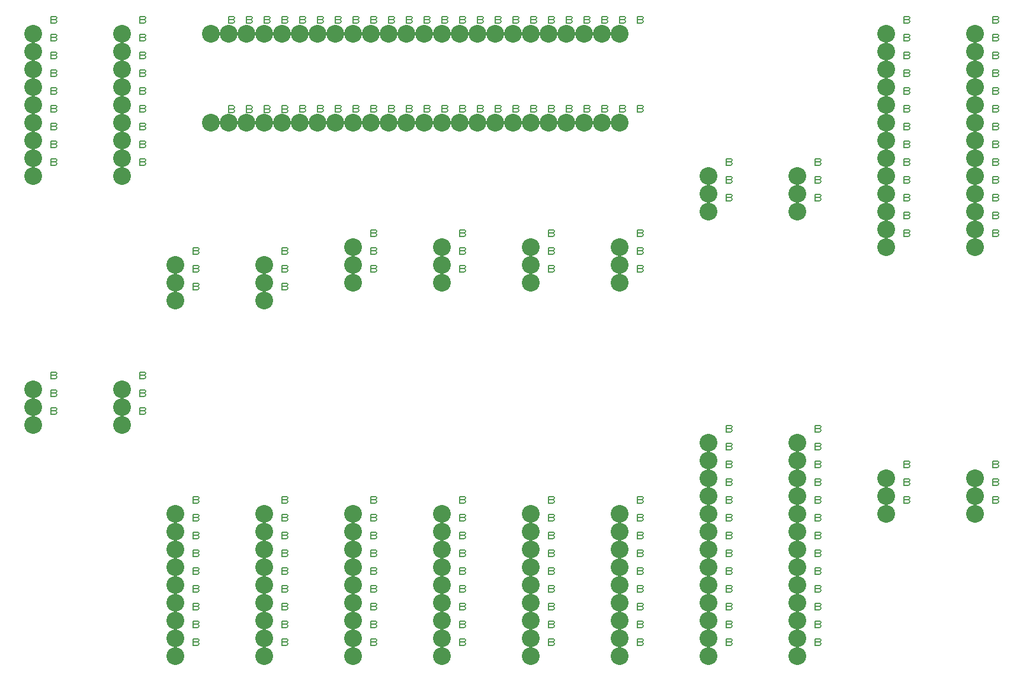
<source format=gbr>
G04 DesignSpark PCB Gerber Version 12.0 Build 5941*
G04 #@! TF.Part,Single*
G04 #@! TF.FileFunction,Drillmap*
G04 #@! TF.FilePolarity,Positive*
%FSLAX35Y35*%
%MOIN*%
%ADD14C,0.00500*%
G04 #@! TA.AperFunction,WasherPad*
%ADD13C,0.10000*%
G04 #@! TD.AperFunction*
X0Y0D02*
D02*
D13*
X20250Y150250D03*
Y160250D03*
Y170250D03*
Y290250D03*
Y300250D03*
Y310250D03*
Y320250D03*
Y330250D03*
Y340250D03*
Y350250D03*
Y360250D03*
Y370250D03*
X70250Y150250D03*
Y160250D03*
Y170250D03*
Y290250D03*
Y300250D03*
Y310250D03*
Y320250D03*
Y330250D03*
Y340250D03*
Y350250D03*
Y360250D03*
Y370250D03*
X100250Y20250D03*
Y30250D03*
Y40250D03*
Y50250D03*
Y60250D03*
Y70250D03*
Y80250D03*
Y90250D03*
Y100250D03*
Y220250D03*
Y230250D03*
Y240250D03*
X120250Y320015D03*
Y370250D03*
X130250Y320015D03*
Y370250D03*
X140250Y320015D03*
Y370250D03*
X150250Y20250D03*
Y30250D03*
Y40250D03*
Y50250D03*
Y60250D03*
Y70250D03*
Y80250D03*
Y90250D03*
Y100250D03*
Y220250D03*
Y230250D03*
Y240250D03*
Y320015D03*
Y370250D03*
X160250Y320250D03*
Y370250D03*
X170250Y320250D03*
Y370250D03*
X180250Y320250D03*
Y370250D03*
X190250Y320250D03*
Y370250D03*
X200250Y20250D03*
Y30250D03*
Y40250D03*
Y50250D03*
Y60250D03*
Y70250D03*
Y80250D03*
Y90250D03*
Y100250D03*
Y230250D03*
Y240250D03*
Y250250D03*
Y320250D03*
Y370250D03*
X210250Y320250D03*
Y370250D03*
X220250Y320250D03*
Y370250D03*
X230250Y320250D03*
Y370250D03*
X240250Y320250D03*
Y370250D03*
X250250Y20250D03*
Y30250D03*
Y40250D03*
Y50250D03*
Y60250D03*
Y70250D03*
Y80250D03*
Y90250D03*
Y100250D03*
Y230250D03*
Y240250D03*
Y250250D03*
Y320250D03*
Y370250D03*
X260250Y320250D03*
Y370250D03*
X270250Y320250D03*
Y370250D03*
X280250Y320250D03*
Y370250D03*
X290250Y320250D03*
Y370250D03*
X300250Y20250D03*
Y30250D03*
Y40250D03*
Y50250D03*
Y60250D03*
Y70250D03*
Y80250D03*
Y90250D03*
Y100250D03*
Y230250D03*
Y240250D03*
Y250250D03*
Y320250D03*
Y370250D03*
X310250Y320250D03*
Y370250D03*
X320250Y320250D03*
Y370250D03*
X330250Y320250D03*
Y370250D03*
X340250Y320250D03*
Y370250D03*
X350250Y20250D03*
Y30250D03*
Y40250D03*
Y50250D03*
Y60250D03*
Y70250D03*
Y80250D03*
Y90250D03*
Y100250D03*
Y230250D03*
Y240250D03*
Y250250D03*
Y320250D03*
Y370250D03*
X400250Y20250D03*
Y30250D03*
Y40250D03*
Y50250D03*
Y60250D03*
Y70250D03*
Y80250D03*
Y90250D03*
Y100250D03*
Y110250D03*
Y120250D03*
Y130250D03*
Y140250D03*
Y270250D03*
Y280250D03*
Y290250D03*
X450250Y20250D03*
Y30250D03*
Y40250D03*
Y50250D03*
Y60250D03*
Y70250D03*
Y80250D03*
Y90250D03*
Y100250D03*
Y110250D03*
Y120250D03*
Y130250D03*
Y140250D03*
Y270250D03*
Y280250D03*
Y290250D03*
X500250Y100250D03*
Y110250D03*
Y120250D03*
Y250250D03*
Y260250D03*
Y270250D03*
Y280250D03*
Y290250D03*
Y300250D03*
Y310250D03*
Y320250D03*
Y330250D03*
Y340250D03*
Y350250D03*
Y360250D03*
Y370250D03*
X550250Y100250D03*
Y110250D03*
Y120250D03*
Y250250D03*
Y260250D03*
Y270250D03*
Y280250D03*
Y290250D03*
Y300250D03*
Y310250D03*
Y320250D03*
Y330250D03*
Y340250D03*
Y350250D03*
Y360250D03*
Y370250D03*
D02*
D14*
X32437Y158063D02*
X33063Y157750D01*
X33375Y157125D01*
X33063Y156500D01*
X32437Y156187D01*
X30250D01*
Y159937D01*
X32437D01*
X33063Y159625D01*
X33375Y159000D01*
X33063Y158375D01*
X32437Y158063D01*
X30250D01*
X32437Y168063D02*
X33063Y167750D01*
X33375Y167125D01*
X33063Y166500D01*
X32437Y166187D01*
X30250D01*
Y169937D01*
X32437D01*
X33063Y169625D01*
X33375Y169000D01*
X33063Y168375D01*
X32437Y168063D01*
X30250D01*
X32437Y178063D02*
X33063Y177750D01*
X33375Y177125D01*
X33063Y176500D01*
X32437Y176187D01*
X30250D01*
Y179937D01*
X32437D01*
X33063Y179625D01*
X33375Y179000D01*
X33063Y178375D01*
X32437Y178063D01*
X30250D01*
X32437Y298063D02*
X33063Y297750D01*
X33375Y297125D01*
X33063Y296500D01*
X32437Y296187D01*
X30250D01*
Y299937D01*
X32437D01*
X33063Y299625D01*
X33375Y299000D01*
X33063Y298375D01*
X32437Y298063D01*
X30250D01*
X32437Y308063D02*
X33063Y307750D01*
X33375Y307125D01*
X33063Y306500D01*
X32437Y306187D01*
X30250D01*
Y309937D01*
X32437D01*
X33063Y309625D01*
X33375Y309000D01*
X33063Y308375D01*
X32437Y308063D01*
X30250D01*
X32437Y318063D02*
X33063Y317750D01*
X33375Y317125D01*
X33063Y316500D01*
X32437Y316187D01*
X30250D01*
Y319937D01*
X32437D01*
X33063Y319625D01*
X33375Y319000D01*
X33063Y318375D01*
X32437Y318063D01*
X30250D01*
X32437Y328063D02*
X33063Y327750D01*
X33375Y327125D01*
X33063Y326500D01*
X32437Y326187D01*
X30250D01*
Y329937D01*
X32437D01*
X33063Y329625D01*
X33375Y329000D01*
X33063Y328375D01*
X32437Y328063D01*
X30250D01*
X32437Y338063D02*
X33063Y337750D01*
X33375Y337125D01*
X33063Y336500D01*
X32437Y336187D01*
X30250D01*
Y339937D01*
X32437D01*
X33063Y339625D01*
X33375Y339000D01*
X33063Y338375D01*
X32437Y338063D01*
X30250D01*
X32437Y348063D02*
X33063Y347750D01*
X33375Y347125D01*
X33063Y346500D01*
X32437Y346187D01*
X30250D01*
Y349937D01*
X32437D01*
X33063Y349625D01*
X33375Y349000D01*
X33063Y348375D01*
X32437Y348063D01*
X30250D01*
X32437Y358063D02*
X33063Y357750D01*
X33375Y357125D01*
X33063Y356500D01*
X32437Y356187D01*
X30250D01*
Y359937D01*
X32437D01*
X33063Y359625D01*
X33375Y359000D01*
X33063Y358375D01*
X32437Y358063D01*
X30250D01*
X32437Y368063D02*
X33063Y367750D01*
X33375Y367125D01*
X33063Y366500D01*
X32437Y366187D01*
X30250D01*
Y369937D01*
X32437D01*
X33063Y369625D01*
X33375Y369000D01*
X33063Y368375D01*
X32437Y368063D01*
X30250D01*
X32437Y378063D02*
X33063Y377750D01*
X33375Y377125D01*
X33063Y376500D01*
X32437Y376187D01*
X30250D01*
Y379937D01*
X32437D01*
X33063Y379625D01*
X33375Y379000D01*
X33063Y378375D01*
X32437Y378063D01*
X30250D01*
X82437Y158063D02*
X83063Y157750D01*
X83375Y157125D01*
X83063Y156500D01*
X82437Y156187D01*
X80250D01*
Y159937D01*
X82437D01*
X83063Y159625D01*
X83375Y159000D01*
X83063Y158375D01*
X82437Y158063D01*
X80250D01*
X82437Y168063D02*
X83063Y167750D01*
X83375Y167125D01*
X83063Y166500D01*
X82437Y166187D01*
X80250D01*
Y169937D01*
X82437D01*
X83063Y169625D01*
X83375Y169000D01*
X83063Y168375D01*
X82437Y168063D01*
X80250D01*
X82437Y178063D02*
X83063Y177750D01*
X83375Y177125D01*
X83063Y176500D01*
X82437Y176187D01*
X80250D01*
Y179937D01*
X82437D01*
X83063Y179625D01*
X83375Y179000D01*
X83063Y178375D01*
X82437Y178063D01*
X80250D01*
X82437Y298063D02*
X83063Y297750D01*
X83375Y297125D01*
X83063Y296500D01*
X82437Y296187D01*
X80250D01*
Y299937D01*
X82437D01*
X83063Y299625D01*
X83375Y299000D01*
X83063Y298375D01*
X82437Y298063D01*
X80250D01*
X82437Y308063D02*
X83063Y307750D01*
X83375Y307125D01*
X83063Y306500D01*
X82437Y306187D01*
X80250D01*
Y309937D01*
X82437D01*
X83063Y309625D01*
X83375Y309000D01*
X83063Y308375D01*
X82437Y308063D01*
X80250D01*
X82437Y318063D02*
X83063Y317750D01*
X83375Y317125D01*
X83063Y316500D01*
X82437Y316187D01*
X80250D01*
Y319937D01*
X82437D01*
X83063Y319625D01*
X83375Y319000D01*
X83063Y318375D01*
X82437Y318063D01*
X80250D01*
X82437Y328063D02*
X83063Y327750D01*
X83375Y327125D01*
X83063Y326500D01*
X82437Y326187D01*
X80250D01*
Y329937D01*
X82437D01*
X83063Y329625D01*
X83375Y329000D01*
X83063Y328375D01*
X82437Y328063D01*
X80250D01*
X82437Y338063D02*
X83063Y337750D01*
X83375Y337125D01*
X83063Y336500D01*
X82437Y336187D01*
X80250D01*
Y339937D01*
X82437D01*
X83063Y339625D01*
X83375Y339000D01*
X83063Y338375D01*
X82437Y338063D01*
X80250D01*
X82437Y348063D02*
X83063Y347750D01*
X83375Y347125D01*
X83063Y346500D01*
X82437Y346187D01*
X80250D01*
Y349937D01*
X82437D01*
X83063Y349625D01*
X83375Y349000D01*
X83063Y348375D01*
X82437Y348063D01*
X80250D01*
X82437Y358063D02*
X83063Y357750D01*
X83375Y357125D01*
X83063Y356500D01*
X82437Y356187D01*
X80250D01*
Y359937D01*
X82437D01*
X83063Y359625D01*
X83375Y359000D01*
X83063Y358375D01*
X82437Y358063D01*
X80250D01*
X82437Y368063D02*
X83063Y367750D01*
X83375Y367125D01*
X83063Y366500D01*
X82437Y366187D01*
X80250D01*
Y369937D01*
X82437D01*
X83063Y369625D01*
X83375Y369000D01*
X83063Y368375D01*
X82437Y368063D01*
X80250D01*
X82437Y378063D02*
X83063Y377750D01*
X83375Y377125D01*
X83063Y376500D01*
X82437Y376187D01*
X80250D01*
Y379937D01*
X82437D01*
X83063Y379625D01*
X83375Y379000D01*
X83063Y378375D01*
X82437Y378063D01*
X80250D01*
X112437Y28063D02*
X113063Y27750D01*
X113375Y27125D01*
X113063Y26500D01*
X112437Y26187D01*
X110250D01*
Y29937D01*
X112437D01*
X113063Y29625D01*
X113375Y29000D01*
X113063Y28375D01*
X112437Y28063D01*
X110250D01*
X112437Y38063D02*
X113063Y37750D01*
X113375Y37125D01*
X113063Y36500D01*
X112437Y36187D01*
X110250D01*
Y39937D01*
X112437D01*
X113063Y39625D01*
X113375Y39000D01*
X113063Y38375D01*
X112437Y38063D01*
X110250D01*
X112437Y48063D02*
X113063Y47750D01*
X113375Y47125D01*
X113063Y46500D01*
X112437Y46187D01*
X110250D01*
Y49937D01*
X112437D01*
X113063Y49625D01*
X113375Y49000D01*
X113063Y48375D01*
X112437Y48063D01*
X110250D01*
X112437Y58063D02*
X113063Y57750D01*
X113375Y57125D01*
X113063Y56500D01*
X112437Y56187D01*
X110250D01*
Y59937D01*
X112437D01*
X113063Y59625D01*
X113375Y59000D01*
X113063Y58375D01*
X112437Y58063D01*
X110250D01*
X112437Y68063D02*
X113063Y67750D01*
X113375Y67125D01*
X113063Y66500D01*
X112437Y66187D01*
X110250D01*
Y69937D01*
X112437D01*
X113063Y69625D01*
X113375Y69000D01*
X113063Y68375D01*
X112437Y68063D01*
X110250D01*
X112437Y78063D02*
X113063Y77750D01*
X113375Y77125D01*
X113063Y76500D01*
X112437Y76187D01*
X110250D01*
Y79937D01*
X112437D01*
X113063Y79625D01*
X113375Y79000D01*
X113063Y78375D01*
X112437Y78063D01*
X110250D01*
X112437Y88063D02*
X113063Y87750D01*
X113375Y87125D01*
X113063Y86500D01*
X112437Y86187D01*
X110250D01*
Y89937D01*
X112437D01*
X113063Y89625D01*
X113375Y89000D01*
X113063Y88375D01*
X112437Y88063D01*
X110250D01*
X112437Y98063D02*
X113063Y97750D01*
X113375Y97125D01*
X113063Y96500D01*
X112437Y96187D01*
X110250D01*
Y99937D01*
X112437D01*
X113063Y99625D01*
X113375Y99000D01*
X113063Y98375D01*
X112437Y98063D01*
X110250D01*
X112437Y108063D02*
X113063Y107750D01*
X113375Y107125D01*
X113063Y106500D01*
X112437Y106187D01*
X110250D01*
Y109937D01*
X112437D01*
X113063Y109625D01*
X113375Y109000D01*
X113063Y108375D01*
X112437Y108063D01*
X110250D01*
X112437Y228063D02*
X113063Y227750D01*
X113375Y227125D01*
X113063Y226500D01*
X112437Y226187D01*
X110250D01*
Y229937D01*
X112437D01*
X113063Y229625D01*
X113375Y229000D01*
X113063Y228375D01*
X112437Y228063D01*
X110250D01*
X112437Y238063D02*
X113063Y237750D01*
X113375Y237125D01*
X113063Y236500D01*
X112437Y236187D01*
X110250D01*
Y239937D01*
X112437D01*
X113063Y239625D01*
X113375Y239000D01*
X113063Y238375D01*
X112437Y238063D01*
X110250D01*
X112437Y248063D02*
X113063Y247750D01*
X113375Y247125D01*
X113063Y246500D01*
X112437Y246187D01*
X110250D01*
Y249937D01*
X112437D01*
X113063Y249625D01*
X113375Y249000D01*
X113063Y248375D01*
X112437Y248063D01*
X110250D01*
X132437Y327828D02*
X133063Y327515D01*
X133375Y326891D01*
X133063Y326265D01*
X132437Y325953D01*
X130250D01*
Y329703D01*
X132437D01*
X133063Y329391D01*
X133375Y328765D01*
X133063Y328141D01*
X132437Y327828D01*
X130250D01*
X132437Y378063D02*
X133063Y377750D01*
X133375Y377125D01*
X133063Y376500D01*
X132437Y376187D01*
X130250D01*
Y379937D01*
X132437D01*
X133063Y379625D01*
X133375Y379000D01*
X133063Y378375D01*
X132437Y378063D01*
X130250D01*
X142437Y327828D02*
X143063Y327515D01*
X143375Y326891D01*
X143063Y326265D01*
X142437Y325953D01*
X140250D01*
Y329703D01*
X142437D01*
X143063Y329391D01*
X143375Y328765D01*
X143063Y328141D01*
X142437Y327828D01*
X140250D01*
X142437Y378063D02*
X143063Y377750D01*
X143375Y377125D01*
X143063Y376500D01*
X142437Y376187D01*
X140250D01*
Y379937D01*
X142437D01*
X143063Y379625D01*
X143375Y379000D01*
X143063Y378375D01*
X142437Y378063D01*
X140250D01*
X152437Y327828D02*
X153063Y327515D01*
X153375Y326891D01*
X153063Y326265D01*
X152437Y325953D01*
X150250D01*
Y329703D01*
X152437D01*
X153063Y329391D01*
X153375Y328765D01*
X153063Y328141D01*
X152437Y327828D01*
X150250D01*
X152437Y378063D02*
X153063Y377750D01*
X153375Y377125D01*
X153063Y376500D01*
X152437Y376187D01*
X150250D01*
Y379937D01*
X152437D01*
X153063Y379625D01*
X153375Y379000D01*
X153063Y378375D01*
X152437Y378063D01*
X150250D01*
X162437Y28063D02*
X163063Y27750D01*
X163375Y27125D01*
X163063Y26500D01*
X162437Y26187D01*
X160250D01*
Y29937D01*
X162437D01*
X163063Y29625D01*
X163375Y29000D01*
X163063Y28375D01*
X162437Y28063D01*
X160250D01*
X162437Y38063D02*
X163063Y37750D01*
X163375Y37125D01*
X163063Y36500D01*
X162437Y36187D01*
X160250D01*
Y39937D01*
X162437D01*
X163063Y39625D01*
X163375Y39000D01*
X163063Y38375D01*
X162437Y38063D01*
X160250D01*
X162437Y48063D02*
X163063Y47750D01*
X163375Y47125D01*
X163063Y46500D01*
X162437Y46187D01*
X160250D01*
Y49937D01*
X162437D01*
X163063Y49625D01*
X163375Y49000D01*
X163063Y48375D01*
X162437Y48063D01*
X160250D01*
X162437Y58063D02*
X163063Y57750D01*
X163375Y57125D01*
X163063Y56500D01*
X162437Y56187D01*
X160250D01*
Y59937D01*
X162437D01*
X163063Y59625D01*
X163375Y59000D01*
X163063Y58375D01*
X162437Y58063D01*
X160250D01*
X162437Y68063D02*
X163063Y67750D01*
X163375Y67125D01*
X163063Y66500D01*
X162437Y66187D01*
X160250D01*
Y69937D01*
X162437D01*
X163063Y69625D01*
X163375Y69000D01*
X163063Y68375D01*
X162437Y68063D01*
X160250D01*
X162437Y78063D02*
X163063Y77750D01*
X163375Y77125D01*
X163063Y76500D01*
X162437Y76187D01*
X160250D01*
Y79937D01*
X162437D01*
X163063Y79625D01*
X163375Y79000D01*
X163063Y78375D01*
X162437Y78063D01*
X160250D01*
X162437Y88063D02*
X163063Y87750D01*
X163375Y87125D01*
X163063Y86500D01*
X162437Y86187D01*
X160250D01*
Y89937D01*
X162437D01*
X163063Y89625D01*
X163375Y89000D01*
X163063Y88375D01*
X162437Y88063D01*
X160250D01*
X162437Y98063D02*
X163063Y97750D01*
X163375Y97125D01*
X163063Y96500D01*
X162437Y96187D01*
X160250D01*
Y99937D01*
X162437D01*
X163063Y99625D01*
X163375Y99000D01*
X163063Y98375D01*
X162437Y98063D01*
X160250D01*
X162437Y108063D02*
X163063Y107750D01*
X163375Y107125D01*
X163063Y106500D01*
X162437Y106187D01*
X160250D01*
Y109937D01*
X162437D01*
X163063Y109625D01*
X163375Y109000D01*
X163063Y108375D01*
X162437Y108063D01*
X160250D01*
X162437Y228063D02*
X163063Y227750D01*
X163375Y227125D01*
X163063Y226500D01*
X162437Y226187D01*
X160250D01*
Y229937D01*
X162437D01*
X163063Y229625D01*
X163375Y229000D01*
X163063Y228375D01*
X162437Y228063D01*
X160250D01*
X162437Y238063D02*
X163063Y237750D01*
X163375Y237125D01*
X163063Y236500D01*
X162437Y236187D01*
X160250D01*
Y239937D01*
X162437D01*
X163063Y239625D01*
X163375Y239000D01*
X163063Y238375D01*
X162437Y238063D01*
X160250D01*
X162437Y248063D02*
X163063Y247750D01*
X163375Y247125D01*
X163063Y246500D01*
X162437Y246187D01*
X160250D01*
Y249937D01*
X162437D01*
X163063Y249625D01*
X163375Y249000D01*
X163063Y248375D01*
X162437Y248063D01*
X160250D01*
X162437Y327828D02*
X163063Y327515D01*
X163375Y326891D01*
X163063Y326265D01*
X162437Y325953D01*
X160250D01*
Y329703D01*
X162437D01*
X163063Y329391D01*
X163375Y328765D01*
X163063Y328141D01*
X162437Y327828D01*
X160250D01*
X162437Y378063D02*
X163063Y377750D01*
X163375Y377125D01*
X163063Y376500D01*
X162437Y376187D01*
X160250D01*
Y379937D01*
X162437D01*
X163063Y379625D01*
X163375Y379000D01*
X163063Y378375D01*
X162437Y378063D01*
X160250D01*
X172437Y328063D02*
X173063Y327750D01*
X173375Y327125D01*
X173063Y326500D01*
X172437Y326187D01*
X170250D01*
Y329937D01*
X172437D01*
X173063Y329625D01*
X173375Y329000D01*
X173063Y328375D01*
X172437Y328063D01*
X170250D01*
X172437Y378063D02*
X173063Y377750D01*
X173375Y377125D01*
X173063Y376500D01*
X172437Y376187D01*
X170250D01*
Y379937D01*
X172437D01*
X173063Y379625D01*
X173375Y379000D01*
X173063Y378375D01*
X172437Y378063D01*
X170250D01*
X182437Y328063D02*
X183063Y327750D01*
X183375Y327125D01*
X183063Y326500D01*
X182437Y326187D01*
X180250D01*
Y329937D01*
X182437D01*
X183063Y329625D01*
X183375Y329000D01*
X183063Y328375D01*
X182437Y328063D01*
X180250D01*
X182437Y378063D02*
X183063Y377750D01*
X183375Y377125D01*
X183063Y376500D01*
X182437Y376187D01*
X180250D01*
Y379937D01*
X182437D01*
X183063Y379625D01*
X183375Y379000D01*
X183063Y378375D01*
X182437Y378063D01*
X180250D01*
X192437Y328063D02*
X193063Y327750D01*
X193375Y327125D01*
X193063Y326500D01*
X192437Y326187D01*
X190250D01*
Y329937D01*
X192437D01*
X193063Y329625D01*
X193375Y329000D01*
X193063Y328375D01*
X192437Y328063D01*
X190250D01*
X192437Y378063D02*
X193063Y377750D01*
X193375Y377125D01*
X193063Y376500D01*
X192437Y376187D01*
X190250D01*
Y379937D01*
X192437D01*
X193063Y379625D01*
X193375Y379000D01*
X193063Y378375D01*
X192437Y378063D01*
X190250D01*
X202437Y328063D02*
X203063Y327750D01*
X203375Y327125D01*
X203063Y326500D01*
X202437Y326187D01*
X200250D01*
Y329937D01*
X202437D01*
X203063Y329625D01*
X203375Y329000D01*
X203063Y328375D01*
X202437Y328063D01*
X200250D01*
X202437Y378063D02*
X203063Y377750D01*
X203375Y377125D01*
X203063Y376500D01*
X202437Y376187D01*
X200250D01*
Y379937D01*
X202437D01*
X203063Y379625D01*
X203375Y379000D01*
X203063Y378375D01*
X202437Y378063D01*
X200250D01*
X212437Y28063D02*
X213063Y27750D01*
X213375Y27125D01*
X213063Y26500D01*
X212437Y26187D01*
X210250D01*
Y29937D01*
X212437D01*
X213063Y29625D01*
X213375Y29000D01*
X213063Y28375D01*
X212437Y28063D01*
X210250D01*
X212437Y38063D02*
X213063Y37750D01*
X213375Y37125D01*
X213063Y36500D01*
X212437Y36187D01*
X210250D01*
Y39937D01*
X212437D01*
X213063Y39625D01*
X213375Y39000D01*
X213063Y38375D01*
X212437Y38063D01*
X210250D01*
X212437Y48063D02*
X213063Y47750D01*
X213375Y47125D01*
X213063Y46500D01*
X212437Y46187D01*
X210250D01*
Y49937D01*
X212437D01*
X213063Y49625D01*
X213375Y49000D01*
X213063Y48375D01*
X212437Y48063D01*
X210250D01*
X212437Y58063D02*
X213063Y57750D01*
X213375Y57125D01*
X213063Y56500D01*
X212437Y56187D01*
X210250D01*
Y59937D01*
X212437D01*
X213063Y59625D01*
X213375Y59000D01*
X213063Y58375D01*
X212437Y58063D01*
X210250D01*
X212437Y68063D02*
X213063Y67750D01*
X213375Y67125D01*
X213063Y66500D01*
X212437Y66187D01*
X210250D01*
Y69937D01*
X212437D01*
X213063Y69625D01*
X213375Y69000D01*
X213063Y68375D01*
X212437Y68063D01*
X210250D01*
X212437Y78063D02*
X213063Y77750D01*
X213375Y77125D01*
X213063Y76500D01*
X212437Y76187D01*
X210250D01*
Y79937D01*
X212437D01*
X213063Y79625D01*
X213375Y79000D01*
X213063Y78375D01*
X212437Y78063D01*
X210250D01*
X212437Y88063D02*
X213063Y87750D01*
X213375Y87125D01*
X213063Y86500D01*
X212437Y86187D01*
X210250D01*
Y89937D01*
X212437D01*
X213063Y89625D01*
X213375Y89000D01*
X213063Y88375D01*
X212437Y88063D01*
X210250D01*
X212437Y98063D02*
X213063Y97750D01*
X213375Y97125D01*
X213063Y96500D01*
X212437Y96187D01*
X210250D01*
Y99937D01*
X212437D01*
X213063Y99625D01*
X213375Y99000D01*
X213063Y98375D01*
X212437Y98063D01*
X210250D01*
X212437Y108063D02*
X213063Y107750D01*
X213375Y107125D01*
X213063Y106500D01*
X212437Y106187D01*
X210250D01*
Y109937D01*
X212437D01*
X213063Y109625D01*
X213375Y109000D01*
X213063Y108375D01*
X212437Y108063D01*
X210250D01*
X212437Y238063D02*
X213063Y237750D01*
X213375Y237125D01*
X213063Y236500D01*
X212437Y236187D01*
X210250D01*
Y239937D01*
X212437D01*
X213063Y239625D01*
X213375Y239000D01*
X213063Y238375D01*
X212437Y238063D01*
X210250D01*
X212437Y248063D02*
X213063Y247750D01*
X213375Y247125D01*
X213063Y246500D01*
X212437Y246187D01*
X210250D01*
Y249937D01*
X212437D01*
X213063Y249625D01*
X213375Y249000D01*
X213063Y248375D01*
X212437Y248063D01*
X210250D01*
X212437Y258063D02*
X213063Y257750D01*
X213375Y257125D01*
X213063Y256500D01*
X212437Y256187D01*
X210250D01*
Y259937D01*
X212437D01*
X213063Y259625D01*
X213375Y259000D01*
X213063Y258375D01*
X212437Y258063D01*
X210250D01*
X212437Y328063D02*
X213063Y327750D01*
X213375Y327125D01*
X213063Y326500D01*
X212437Y326187D01*
X210250D01*
Y329937D01*
X212437D01*
X213063Y329625D01*
X213375Y329000D01*
X213063Y328375D01*
X212437Y328063D01*
X210250D01*
X212437Y378063D02*
X213063Y377750D01*
X213375Y377125D01*
X213063Y376500D01*
X212437Y376187D01*
X210250D01*
Y379937D01*
X212437D01*
X213063Y379625D01*
X213375Y379000D01*
X213063Y378375D01*
X212437Y378063D01*
X210250D01*
X222437Y328063D02*
X223063Y327750D01*
X223375Y327125D01*
X223063Y326500D01*
X222437Y326187D01*
X220250D01*
Y329937D01*
X222437D01*
X223063Y329625D01*
X223375Y329000D01*
X223063Y328375D01*
X222437Y328063D01*
X220250D01*
X222437Y378063D02*
X223063Y377750D01*
X223375Y377125D01*
X223063Y376500D01*
X222437Y376187D01*
X220250D01*
Y379937D01*
X222437D01*
X223063Y379625D01*
X223375Y379000D01*
X223063Y378375D01*
X222437Y378063D01*
X220250D01*
X232437Y328063D02*
X233063Y327750D01*
X233375Y327125D01*
X233063Y326500D01*
X232437Y326187D01*
X230250D01*
Y329937D01*
X232437D01*
X233063Y329625D01*
X233375Y329000D01*
X233063Y328375D01*
X232437Y328063D01*
X230250D01*
X232437Y378063D02*
X233063Y377750D01*
X233375Y377125D01*
X233063Y376500D01*
X232437Y376187D01*
X230250D01*
Y379937D01*
X232437D01*
X233063Y379625D01*
X233375Y379000D01*
X233063Y378375D01*
X232437Y378063D01*
X230250D01*
X242437Y328063D02*
X243063Y327750D01*
X243375Y327125D01*
X243063Y326500D01*
X242437Y326187D01*
X240250D01*
Y329937D01*
X242437D01*
X243063Y329625D01*
X243375Y329000D01*
X243063Y328375D01*
X242437Y328063D01*
X240250D01*
X242437Y378063D02*
X243063Y377750D01*
X243375Y377125D01*
X243063Y376500D01*
X242437Y376187D01*
X240250D01*
Y379937D01*
X242437D01*
X243063Y379625D01*
X243375Y379000D01*
X243063Y378375D01*
X242437Y378063D01*
X240250D01*
X252437Y328063D02*
X253063Y327750D01*
X253375Y327125D01*
X253063Y326500D01*
X252437Y326187D01*
X250250D01*
Y329937D01*
X252437D01*
X253063Y329625D01*
X253375Y329000D01*
X253063Y328375D01*
X252437Y328063D01*
X250250D01*
X252437Y378063D02*
X253063Y377750D01*
X253375Y377125D01*
X253063Y376500D01*
X252437Y376187D01*
X250250D01*
Y379937D01*
X252437D01*
X253063Y379625D01*
X253375Y379000D01*
X253063Y378375D01*
X252437Y378063D01*
X250250D01*
X262437Y28063D02*
X263063Y27750D01*
X263375Y27125D01*
X263063Y26500D01*
X262437Y26187D01*
X260250D01*
Y29937D01*
X262437D01*
X263063Y29625D01*
X263375Y29000D01*
X263063Y28375D01*
X262437Y28063D01*
X260250D01*
X262437Y38063D02*
X263063Y37750D01*
X263375Y37125D01*
X263063Y36500D01*
X262437Y36187D01*
X260250D01*
Y39937D01*
X262437D01*
X263063Y39625D01*
X263375Y39000D01*
X263063Y38375D01*
X262437Y38063D01*
X260250D01*
X262437Y48063D02*
X263063Y47750D01*
X263375Y47125D01*
X263063Y46500D01*
X262437Y46187D01*
X260250D01*
Y49937D01*
X262437D01*
X263063Y49625D01*
X263375Y49000D01*
X263063Y48375D01*
X262437Y48063D01*
X260250D01*
X262437Y58063D02*
X263063Y57750D01*
X263375Y57125D01*
X263063Y56500D01*
X262437Y56187D01*
X260250D01*
Y59937D01*
X262437D01*
X263063Y59625D01*
X263375Y59000D01*
X263063Y58375D01*
X262437Y58063D01*
X260250D01*
X262437Y68063D02*
X263063Y67750D01*
X263375Y67125D01*
X263063Y66500D01*
X262437Y66187D01*
X260250D01*
Y69937D01*
X262437D01*
X263063Y69625D01*
X263375Y69000D01*
X263063Y68375D01*
X262437Y68063D01*
X260250D01*
X262437Y78063D02*
X263063Y77750D01*
X263375Y77125D01*
X263063Y76500D01*
X262437Y76187D01*
X260250D01*
Y79937D01*
X262437D01*
X263063Y79625D01*
X263375Y79000D01*
X263063Y78375D01*
X262437Y78063D01*
X260250D01*
X262437Y88063D02*
X263063Y87750D01*
X263375Y87125D01*
X263063Y86500D01*
X262437Y86187D01*
X260250D01*
Y89937D01*
X262437D01*
X263063Y89625D01*
X263375Y89000D01*
X263063Y88375D01*
X262437Y88063D01*
X260250D01*
X262437Y98063D02*
X263063Y97750D01*
X263375Y97125D01*
X263063Y96500D01*
X262437Y96187D01*
X260250D01*
Y99937D01*
X262437D01*
X263063Y99625D01*
X263375Y99000D01*
X263063Y98375D01*
X262437Y98063D01*
X260250D01*
X262437Y108063D02*
X263063Y107750D01*
X263375Y107125D01*
X263063Y106500D01*
X262437Y106187D01*
X260250D01*
Y109937D01*
X262437D01*
X263063Y109625D01*
X263375Y109000D01*
X263063Y108375D01*
X262437Y108063D01*
X260250D01*
X262437Y238063D02*
X263063Y237750D01*
X263375Y237125D01*
X263063Y236500D01*
X262437Y236187D01*
X260250D01*
Y239937D01*
X262437D01*
X263063Y239625D01*
X263375Y239000D01*
X263063Y238375D01*
X262437Y238063D01*
X260250D01*
X262437Y248063D02*
X263063Y247750D01*
X263375Y247125D01*
X263063Y246500D01*
X262437Y246187D01*
X260250D01*
Y249937D01*
X262437D01*
X263063Y249625D01*
X263375Y249000D01*
X263063Y248375D01*
X262437Y248063D01*
X260250D01*
X262437Y258063D02*
X263063Y257750D01*
X263375Y257125D01*
X263063Y256500D01*
X262437Y256187D01*
X260250D01*
Y259937D01*
X262437D01*
X263063Y259625D01*
X263375Y259000D01*
X263063Y258375D01*
X262437Y258063D01*
X260250D01*
X262437Y328063D02*
X263063Y327750D01*
X263375Y327125D01*
X263063Y326500D01*
X262437Y326187D01*
X260250D01*
Y329937D01*
X262437D01*
X263063Y329625D01*
X263375Y329000D01*
X263063Y328375D01*
X262437Y328063D01*
X260250D01*
X262437Y378063D02*
X263063Y377750D01*
X263375Y377125D01*
X263063Y376500D01*
X262437Y376187D01*
X260250D01*
Y379937D01*
X262437D01*
X263063Y379625D01*
X263375Y379000D01*
X263063Y378375D01*
X262437Y378063D01*
X260250D01*
X272437Y328063D02*
X273063Y327750D01*
X273375Y327125D01*
X273063Y326500D01*
X272437Y326187D01*
X270250D01*
Y329937D01*
X272437D01*
X273063Y329625D01*
X273375Y329000D01*
X273063Y328375D01*
X272437Y328063D01*
X270250D01*
X272437Y378063D02*
X273063Y377750D01*
X273375Y377125D01*
X273063Y376500D01*
X272437Y376187D01*
X270250D01*
Y379937D01*
X272437D01*
X273063Y379625D01*
X273375Y379000D01*
X273063Y378375D01*
X272437Y378063D01*
X270250D01*
X282437Y328063D02*
X283063Y327750D01*
X283375Y327125D01*
X283063Y326500D01*
X282437Y326187D01*
X280250D01*
Y329937D01*
X282437D01*
X283063Y329625D01*
X283375Y329000D01*
X283063Y328375D01*
X282437Y328063D01*
X280250D01*
X282437Y378063D02*
X283063Y377750D01*
X283375Y377125D01*
X283063Y376500D01*
X282437Y376187D01*
X280250D01*
Y379937D01*
X282437D01*
X283063Y379625D01*
X283375Y379000D01*
X283063Y378375D01*
X282437Y378063D01*
X280250D01*
X292437Y328063D02*
X293063Y327750D01*
X293375Y327125D01*
X293063Y326500D01*
X292437Y326187D01*
X290250D01*
Y329937D01*
X292437D01*
X293063Y329625D01*
X293375Y329000D01*
X293063Y328375D01*
X292437Y328063D01*
X290250D01*
X292437Y378063D02*
X293063Y377750D01*
X293375Y377125D01*
X293063Y376500D01*
X292437Y376187D01*
X290250D01*
Y379937D01*
X292437D01*
X293063Y379625D01*
X293375Y379000D01*
X293063Y378375D01*
X292437Y378063D01*
X290250D01*
X302437Y328063D02*
X303063Y327750D01*
X303375Y327125D01*
X303063Y326500D01*
X302437Y326187D01*
X300250D01*
Y329937D01*
X302437D01*
X303063Y329625D01*
X303375Y329000D01*
X303063Y328375D01*
X302437Y328063D01*
X300250D01*
X302437Y378063D02*
X303063Y377750D01*
X303375Y377125D01*
X303063Y376500D01*
X302437Y376187D01*
X300250D01*
Y379937D01*
X302437D01*
X303063Y379625D01*
X303375Y379000D01*
X303063Y378375D01*
X302437Y378063D01*
X300250D01*
X312437Y28063D02*
X313063Y27750D01*
X313375Y27125D01*
X313063Y26500D01*
X312437Y26187D01*
X310250D01*
Y29937D01*
X312437D01*
X313063Y29625D01*
X313375Y29000D01*
X313063Y28375D01*
X312437Y28063D01*
X310250D01*
X312437Y38063D02*
X313063Y37750D01*
X313375Y37125D01*
X313063Y36500D01*
X312437Y36187D01*
X310250D01*
Y39937D01*
X312437D01*
X313063Y39625D01*
X313375Y39000D01*
X313063Y38375D01*
X312437Y38063D01*
X310250D01*
X312437Y48063D02*
X313063Y47750D01*
X313375Y47125D01*
X313063Y46500D01*
X312437Y46187D01*
X310250D01*
Y49937D01*
X312437D01*
X313063Y49625D01*
X313375Y49000D01*
X313063Y48375D01*
X312437Y48063D01*
X310250D01*
X312437Y58063D02*
X313063Y57750D01*
X313375Y57125D01*
X313063Y56500D01*
X312437Y56187D01*
X310250D01*
Y59937D01*
X312437D01*
X313063Y59625D01*
X313375Y59000D01*
X313063Y58375D01*
X312437Y58063D01*
X310250D01*
X312437Y68063D02*
X313063Y67750D01*
X313375Y67125D01*
X313063Y66500D01*
X312437Y66187D01*
X310250D01*
Y69937D01*
X312437D01*
X313063Y69625D01*
X313375Y69000D01*
X313063Y68375D01*
X312437Y68063D01*
X310250D01*
X312437Y78063D02*
X313063Y77750D01*
X313375Y77125D01*
X313063Y76500D01*
X312437Y76187D01*
X310250D01*
Y79937D01*
X312437D01*
X313063Y79625D01*
X313375Y79000D01*
X313063Y78375D01*
X312437Y78063D01*
X310250D01*
X312437Y88063D02*
X313063Y87750D01*
X313375Y87125D01*
X313063Y86500D01*
X312437Y86187D01*
X310250D01*
Y89937D01*
X312437D01*
X313063Y89625D01*
X313375Y89000D01*
X313063Y88375D01*
X312437Y88063D01*
X310250D01*
X312437Y98063D02*
X313063Y97750D01*
X313375Y97125D01*
X313063Y96500D01*
X312437Y96187D01*
X310250D01*
Y99937D01*
X312437D01*
X313063Y99625D01*
X313375Y99000D01*
X313063Y98375D01*
X312437Y98063D01*
X310250D01*
X312437Y108063D02*
X313063Y107750D01*
X313375Y107125D01*
X313063Y106500D01*
X312437Y106187D01*
X310250D01*
Y109937D01*
X312437D01*
X313063Y109625D01*
X313375Y109000D01*
X313063Y108375D01*
X312437Y108063D01*
X310250D01*
X312437Y238063D02*
X313063Y237750D01*
X313375Y237125D01*
X313063Y236500D01*
X312437Y236187D01*
X310250D01*
Y239937D01*
X312437D01*
X313063Y239625D01*
X313375Y239000D01*
X313063Y238375D01*
X312437Y238063D01*
X310250D01*
X312437Y248063D02*
X313063Y247750D01*
X313375Y247125D01*
X313063Y246500D01*
X312437Y246187D01*
X310250D01*
Y249937D01*
X312437D01*
X313063Y249625D01*
X313375Y249000D01*
X313063Y248375D01*
X312437Y248063D01*
X310250D01*
X312437Y258063D02*
X313063Y257750D01*
X313375Y257125D01*
X313063Y256500D01*
X312437Y256187D01*
X310250D01*
Y259937D01*
X312437D01*
X313063Y259625D01*
X313375Y259000D01*
X313063Y258375D01*
X312437Y258063D01*
X310250D01*
X312437Y328063D02*
X313063Y327750D01*
X313375Y327125D01*
X313063Y326500D01*
X312437Y326187D01*
X310250D01*
Y329937D01*
X312437D01*
X313063Y329625D01*
X313375Y329000D01*
X313063Y328375D01*
X312437Y328063D01*
X310250D01*
X312437Y378063D02*
X313063Y377750D01*
X313375Y377125D01*
X313063Y376500D01*
X312437Y376187D01*
X310250D01*
Y379937D01*
X312437D01*
X313063Y379625D01*
X313375Y379000D01*
X313063Y378375D01*
X312437Y378063D01*
X310250D01*
X322437Y328063D02*
X323063Y327750D01*
X323375Y327125D01*
X323063Y326500D01*
X322437Y326187D01*
X320250D01*
Y329937D01*
X322437D01*
X323063Y329625D01*
X323375Y329000D01*
X323063Y328375D01*
X322437Y328063D01*
X320250D01*
X322437Y378063D02*
X323063Y377750D01*
X323375Y377125D01*
X323063Y376500D01*
X322437Y376187D01*
X320250D01*
Y379937D01*
X322437D01*
X323063Y379625D01*
X323375Y379000D01*
X323063Y378375D01*
X322437Y378063D01*
X320250D01*
X332437Y328063D02*
X333063Y327750D01*
X333375Y327125D01*
X333063Y326500D01*
X332437Y326187D01*
X330250D01*
Y329937D01*
X332437D01*
X333063Y329625D01*
X333375Y329000D01*
X333063Y328375D01*
X332437Y328063D01*
X330250D01*
X332437Y378063D02*
X333063Y377750D01*
X333375Y377125D01*
X333063Y376500D01*
X332437Y376187D01*
X330250D01*
Y379937D01*
X332437D01*
X333063Y379625D01*
X333375Y379000D01*
X333063Y378375D01*
X332437Y378063D01*
X330250D01*
X342437Y328063D02*
X343063Y327750D01*
X343375Y327125D01*
X343063Y326500D01*
X342437Y326187D01*
X340250D01*
Y329937D01*
X342437D01*
X343063Y329625D01*
X343375Y329000D01*
X343063Y328375D01*
X342437Y328063D01*
X340250D01*
X342437Y378063D02*
X343063Y377750D01*
X343375Y377125D01*
X343063Y376500D01*
X342437Y376187D01*
X340250D01*
Y379937D01*
X342437D01*
X343063Y379625D01*
X343375Y379000D01*
X343063Y378375D01*
X342437Y378063D01*
X340250D01*
X352437Y328063D02*
X353063Y327750D01*
X353375Y327125D01*
X353063Y326500D01*
X352437Y326187D01*
X350250D01*
Y329937D01*
X352437D01*
X353063Y329625D01*
X353375Y329000D01*
X353063Y328375D01*
X352437Y328063D01*
X350250D01*
X352437Y378063D02*
X353063Y377750D01*
X353375Y377125D01*
X353063Y376500D01*
X352437Y376187D01*
X350250D01*
Y379937D01*
X352437D01*
X353063Y379625D01*
X353375Y379000D01*
X353063Y378375D01*
X352437Y378063D01*
X350250D01*
X362437Y28063D02*
X363063Y27750D01*
X363375Y27125D01*
X363063Y26500D01*
X362437Y26187D01*
X360250D01*
Y29937D01*
X362437D01*
X363063Y29625D01*
X363375Y29000D01*
X363063Y28375D01*
X362437Y28063D01*
X360250D01*
X362437Y38063D02*
X363063Y37750D01*
X363375Y37125D01*
X363063Y36500D01*
X362437Y36187D01*
X360250D01*
Y39937D01*
X362437D01*
X363063Y39625D01*
X363375Y39000D01*
X363063Y38375D01*
X362437Y38063D01*
X360250D01*
X362437Y48063D02*
X363063Y47750D01*
X363375Y47125D01*
X363063Y46500D01*
X362437Y46187D01*
X360250D01*
Y49937D01*
X362437D01*
X363063Y49625D01*
X363375Y49000D01*
X363063Y48375D01*
X362437Y48063D01*
X360250D01*
X362437Y58063D02*
X363063Y57750D01*
X363375Y57125D01*
X363063Y56500D01*
X362437Y56187D01*
X360250D01*
Y59937D01*
X362437D01*
X363063Y59625D01*
X363375Y59000D01*
X363063Y58375D01*
X362437Y58063D01*
X360250D01*
X362437Y68063D02*
X363063Y67750D01*
X363375Y67125D01*
X363063Y66500D01*
X362437Y66187D01*
X360250D01*
Y69937D01*
X362437D01*
X363063Y69625D01*
X363375Y69000D01*
X363063Y68375D01*
X362437Y68063D01*
X360250D01*
X362437Y78063D02*
X363063Y77750D01*
X363375Y77125D01*
X363063Y76500D01*
X362437Y76187D01*
X360250D01*
Y79937D01*
X362437D01*
X363063Y79625D01*
X363375Y79000D01*
X363063Y78375D01*
X362437Y78063D01*
X360250D01*
X362437Y88063D02*
X363063Y87750D01*
X363375Y87125D01*
X363063Y86500D01*
X362437Y86187D01*
X360250D01*
Y89937D01*
X362437D01*
X363063Y89625D01*
X363375Y89000D01*
X363063Y88375D01*
X362437Y88063D01*
X360250D01*
X362437Y98063D02*
X363063Y97750D01*
X363375Y97125D01*
X363063Y96500D01*
X362437Y96187D01*
X360250D01*
Y99937D01*
X362437D01*
X363063Y99625D01*
X363375Y99000D01*
X363063Y98375D01*
X362437Y98063D01*
X360250D01*
X362437Y108063D02*
X363063Y107750D01*
X363375Y107125D01*
X363063Y106500D01*
X362437Y106187D01*
X360250D01*
Y109937D01*
X362437D01*
X363063Y109625D01*
X363375Y109000D01*
X363063Y108375D01*
X362437Y108063D01*
X360250D01*
X362437Y238063D02*
X363063Y237750D01*
X363375Y237125D01*
X363063Y236500D01*
X362437Y236187D01*
X360250D01*
Y239937D01*
X362437D01*
X363063Y239625D01*
X363375Y239000D01*
X363063Y238375D01*
X362437Y238063D01*
X360250D01*
X362437Y248063D02*
X363063Y247750D01*
X363375Y247125D01*
X363063Y246500D01*
X362437Y246187D01*
X360250D01*
Y249937D01*
X362437D01*
X363063Y249625D01*
X363375Y249000D01*
X363063Y248375D01*
X362437Y248063D01*
X360250D01*
X362437Y258063D02*
X363063Y257750D01*
X363375Y257125D01*
X363063Y256500D01*
X362437Y256187D01*
X360250D01*
Y259937D01*
X362437D01*
X363063Y259625D01*
X363375Y259000D01*
X363063Y258375D01*
X362437Y258063D01*
X360250D01*
X362437Y328063D02*
X363063Y327750D01*
X363375Y327125D01*
X363063Y326500D01*
X362437Y326187D01*
X360250D01*
Y329937D01*
X362437D01*
X363063Y329625D01*
X363375Y329000D01*
X363063Y328375D01*
X362437Y328063D01*
X360250D01*
X362437Y378063D02*
X363063Y377750D01*
X363375Y377125D01*
X363063Y376500D01*
X362437Y376187D01*
X360250D01*
Y379937D01*
X362437D01*
X363063Y379625D01*
X363375Y379000D01*
X363063Y378375D01*
X362437Y378063D01*
X360250D01*
X412437Y28063D02*
X413063Y27750D01*
X413375Y27125D01*
X413063Y26500D01*
X412437Y26187D01*
X410250D01*
Y29937D01*
X412437D01*
X413063Y29625D01*
X413375Y29000D01*
X413063Y28375D01*
X412437Y28063D01*
X410250D01*
X412437Y38063D02*
X413063Y37750D01*
X413375Y37125D01*
X413063Y36500D01*
X412437Y36187D01*
X410250D01*
Y39937D01*
X412437D01*
X413063Y39625D01*
X413375Y39000D01*
X413063Y38375D01*
X412437Y38063D01*
X410250D01*
X412437Y48063D02*
X413063Y47750D01*
X413375Y47125D01*
X413063Y46500D01*
X412437Y46187D01*
X410250D01*
Y49937D01*
X412437D01*
X413063Y49625D01*
X413375Y49000D01*
X413063Y48375D01*
X412437Y48063D01*
X410250D01*
X412437Y58063D02*
X413063Y57750D01*
X413375Y57125D01*
X413063Y56500D01*
X412437Y56187D01*
X410250D01*
Y59937D01*
X412437D01*
X413063Y59625D01*
X413375Y59000D01*
X413063Y58375D01*
X412437Y58063D01*
X410250D01*
X412437Y68063D02*
X413063Y67750D01*
X413375Y67125D01*
X413063Y66500D01*
X412437Y66187D01*
X410250D01*
Y69937D01*
X412437D01*
X413063Y69625D01*
X413375Y69000D01*
X413063Y68375D01*
X412437Y68063D01*
X410250D01*
X412437Y78063D02*
X413063Y77750D01*
X413375Y77125D01*
X413063Y76500D01*
X412437Y76187D01*
X410250D01*
Y79937D01*
X412437D01*
X413063Y79625D01*
X413375Y79000D01*
X413063Y78375D01*
X412437Y78063D01*
X410250D01*
X412437Y88063D02*
X413063Y87750D01*
X413375Y87125D01*
X413063Y86500D01*
X412437Y86187D01*
X410250D01*
Y89937D01*
X412437D01*
X413063Y89625D01*
X413375Y89000D01*
X413063Y88375D01*
X412437Y88063D01*
X410250D01*
X412437Y98063D02*
X413063Y97750D01*
X413375Y97125D01*
X413063Y96500D01*
X412437Y96187D01*
X410250D01*
Y99937D01*
X412437D01*
X413063Y99625D01*
X413375Y99000D01*
X413063Y98375D01*
X412437Y98063D01*
X410250D01*
X412437Y108063D02*
X413063Y107750D01*
X413375Y107125D01*
X413063Y106500D01*
X412437Y106187D01*
X410250D01*
Y109937D01*
X412437D01*
X413063Y109625D01*
X413375Y109000D01*
X413063Y108375D01*
X412437Y108063D01*
X410250D01*
X412437Y118063D02*
X413063Y117750D01*
X413375Y117125D01*
X413063Y116500D01*
X412437Y116187D01*
X410250D01*
Y119937D01*
X412437D01*
X413063Y119625D01*
X413375Y119000D01*
X413063Y118375D01*
X412437Y118063D01*
X410250D01*
X412437Y128063D02*
X413063Y127750D01*
X413375Y127125D01*
X413063Y126500D01*
X412437Y126187D01*
X410250D01*
Y129937D01*
X412437D01*
X413063Y129625D01*
X413375Y129000D01*
X413063Y128375D01*
X412437Y128063D01*
X410250D01*
X412437Y138063D02*
X413063Y137750D01*
X413375Y137125D01*
X413063Y136500D01*
X412437Y136187D01*
X410250D01*
Y139937D01*
X412437D01*
X413063Y139625D01*
X413375Y139000D01*
X413063Y138375D01*
X412437Y138063D01*
X410250D01*
X412437Y148063D02*
X413063Y147750D01*
X413375Y147125D01*
X413063Y146500D01*
X412437Y146187D01*
X410250D01*
Y149937D01*
X412437D01*
X413063Y149625D01*
X413375Y149000D01*
X413063Y148375D01*
X412437Y148063D01*
X410250D01*
X412437Y278063D02*
X413063Y277750D01*
X413375Y277125D01*
X413063Y276500D01*
X412437Y276187D01*
X410250D01*
Y279937D01*
X412437D01*
X413063Y279625D01*
X413375Y279000D01*
X413063Y278375D01*
X412437Y278063D01*
X410250D01*
X412437Y288063D02*
X413063Y287750D01*
X413375Y287125D01*
X413063Y286500D01*
X412437Y286187D01*
X410250D01*
Y289937D01*
X412437D01*
X413063Y289625D01*
X413375Y289000D01*
X413063Y288375D01*
X412437Y288063D01*
X410250D01*
X412437Y298063D02*
X413063Y297750D01*
X413375Y297125D01*
X413063Y296500D01*
X412437Y296187D01*
X410250D01*
Y299937D01*
X412437D01*
X413063Y299625D01*
X413375Y299000D01*
X413063Y298375D01*
X412437Y298063D01*
X410250D01*
X462437Y28063D02*
X463063Y27750D01*
X463375Y27125D01*
X463063Y26500D01*
X462437Y26187D01*
X460250D01*
Y29937D01*
X462437D01*
X463063Y29625D01*
X463375Y29000D01*
X463063Y28375D01*
X462437Y28063D01*
X460250D01*
X462437Y38063D02*
X463063Y37750D01*
X463375Y37125D01*
X463063Y36500D01*
X462437Y36187D01*
X460250D01*
Y39937D01*
X462437D01*
X463063Y39625D01*
X463375Y39000D01*
X463063Y38375D01*
X462437Y38063D01*
X460250D01*
X462437Y48063D02*
X463063Y47750D01*
X463375Y47125D01*
X463063Y46500D01*
X462437Y46187D01*
X460250D01*
Y49937D01*
X462437D01*
X463063Y49625D01*
X463375Y49000D01*
X463063Y48375D01*
X462437Y48063D01*
X460250D01*
X462437Y58063D02*
X463063Y57750D01*
X463375Y57125D01*
X463063Y56500D01*
X462437Y56187D01*
X460250D01*
Y59937D01*
X462437D01*
X463063Y59625D01*
X463375Y59000D01*
X463063Y58375D01*
X462437Y58063D01*
X460250D01*
X462437Y68063D02*
X463063Y67750D01*
X463375Y67125D01*
X463063Y66500D01*
X462437Y66187D01*
X460250D01*
Y69937D01*
X462437D01*
X463063Y69625D01*
X463375Y69000D01*
X463063Y68375D01*
X462437Y68063D01*
X460250D01*
X462437Y78063D02*
X463063Y77750D01*
X463375Y77125D01*
X463063Y76500D01*
X462437Y76187D01*
X460250D01*
Y79937D01*
X462437D01*
X463063Y79625D01*
X463375Y79000D01*
X463063Y78375D01*
X462437Y78063D01*
X460250D01*
X462437Y88063D02*
X463063Y87750D01*
X463375Y87125D01*
X463063Y86500D01*
X462437Y86187D01*
X460250D01*
Y89937D01*
X462437D01*
X463063Y89625D01*
X463375Y89000D01*
X463063Y88375D01*
X462437Y88063D01*
X460250D01*
X462437Y98063D02*
X463063Y97750D01*
X463375Y97125D01*
X463063Y96500D01*
X462437Y96187D01*
X460250D01*
Y99937D01*
X462437D01*
X463063Y99625D01*
X463375Y99000D01*
X463063Y98375D01*
X462437Y98063D01*
X460250D01*
X462437Y108063D02*
X463063Y107750D01*
X463375Y107125D01*
X463063Y106500D01*
X462437Y106187D01*
X460250D01*
Y109937D01*
X462437D01*
X463063Y109625D01*
X463375Y109000D01*
X463063Y108375D01*
X462437Y108063D01*
X460250D01*
X462437Y118063D02*
X463063Y117750D01*
X463375Y117125D01*
X463063Y116500D01*
X462437Y116187D01*
X460250D01*
Y119937D01*
X462437D01*
X463063Y119625D01*
X463375Y119000D01*
X463063Y118375D01*
X462437Y118063D01*
X460250D01*
X462437Y128063D02*
X463063Y127750D01*
X463375Y127125D01*
X463063Y126500D01*
X462437Y126187D01*
X460250D01*
Y129937D01*
X462437D01*
X463063Y129625D01*
X463375Y129000D01*
X463063Y128375D01*
X462437Y128063D01*
X460250D01*
X462437Y138063D02*
X463063Y137750D01*
X463375Y137125D01*
X463063Y136500D01*
X462437Y136187D01*
X460250D01*
Y139937D01*
X462437D01*
X463063Y139625D01*
X463375Y139000D01*
X463063Y138375D01*
X462437Y138063D01*
X460250D01*
X462437Y148063D02*
X463063Y147750D01*
X463375Y147125D01*
X463063Y146500D01*
X462437Y146187D01*
X460250D01*
Y149937D01*
X462437D01*
X463063Y149625D01*
X463375Y149000D01*
X463063Y148375D01*
X462437Y148063D01*
X460250D01*
X462437Y278063D02*
X463063Y277750D01*
X463375Y277125D01*
X463063Y276500D01*
X462437Y276187D01*
X460250D01*
Y279937D01*
X462437D01*
X463063Y279625D01*
X463375Y279000D01*
X463063Y278375D01*
X462437Y278063D01*
X460250D01*
X462437Y288063D02*
X463063Y287750D01*
X463375Y287125D01*
X463063Y286500D01*
X462437Y286187D01*
X460250D01*
Y289937D01*
X462437D01*
X463063Y289625D01*
X463375Y289000D01*
X463063Y288375D01*
X462437Y288063D01*
X460250D01*
X462437Y298063D02*
X463063Y297750D01*
X463375Y297125D01*
X463063Y296500D01*
X462437Y296187D01*
X460250D01*
Y299937D01*
X462437D01*
X463063Y299625D01*
X463375Y299000D01*
X463063Y298375D01*
X462437Y298063D01*
X460250D01*
X512437Y108063D02*
X513063Y107750D01*
X513375Y107125D01*
X513063Y106500D01*
X512437Y106187D01*
X510250D01*
Y109937D01*
X512437D01*
X513063Y109625D01*
X513375Y109000D01*
X513063Y108375D01*
X512437Y108063D01*
X510250D01*
X512437Y118063D02*
X513063Y117750D01*
X513375Y117125D01*
X513063Y116500D01*
X512437Y116187D01*
X510250D01*
Y119937D01*
X512437D01*
X513063Y119625D01*
X513375Y119000D01*
X513063Y118375D01*
X512437Y118063D01*
X510250D01*
X512437Y128063D02*
X513063Y127750D01*
X513375Y127125D01*
X513063Y126500D01*
X512437Y126187D01*
X510250D01*
Y129937D01*
X512437D01*
X513063Y129625D01*
X513375Y129000D01*
X513063Y128375D01*
X512437Y128063D01*
X510250D01*
X512437Y258063D02*
X513063Y257750D01*
X513375Y257125D01*
X513063Y256500D01*
X512437Y256187D01*
X510250D01*
Y259937D01*
X512437D01*
X513063Y259625D01*
X513375Y259000D01*
X513063Y258375D01*
X512437Y258063D01*
X510250D01*
X512437Y268063D02*
X513063Y267750D01*
X513375Y267125D01*
X513063Y266500D01*
X512437Y266187D01*
X510250D01*
Y269937D01*
X512437D01*
X513063Y269625D01*
X513375Y269000D01*
X513063Y268375D01*
X512437Y268063D01*
X510250D01*
X512437Y278063D02*
X513063Y277750D01*
X513375Y277125D01*
X513063Y276500D01*
X512437Y276187D01*
X510250D01*
Y279937D01*
X512437D01*
X513063Y279625D01*
X513375Y279000D01*
X513063Y278375D01*
X512437Y278063D01*
X510250D01*
X512437Y288063D02*
X513063Y287750D01*
X513375Y287125D01*
X513063Y286500D01*
X512437Y286187D01*
X510250D01*
Y289937D01*
X512437D01*
X513063Y289625D01*
X513375Y289000D01*
X513063Y288375D01*
X512437Y288063D01*
X510250D01*
X512437Y298063D02*
X513063Y297750D01*
X513375Y297125D01*
X513063Y296500D01*
X512437Y296187D01*
X510250D01*
Y299937D01*
X512437D01*
X513063Y299625D01*
X513375Y299000D01*
X513063Y298375D01*
X512437Y298063D01*
X510250D01*
X512437Y308063D02*
X513063Y307750D01*
X513375Y307125D01*
X513063Y306500D01*
X512437Y306187D01*
X510250D01*
Y309937D01*
X512437D01*
X513063Y309625D01*
X513375Y309000D01*
X513063Y308375D01*
X512437Y308063D01*
X510250D01*
X512437Y318063D02*
X513063Y317750D01*
X513375Y317125D01*
X513063Y316500D01*
X512437Y316187D01*
X510250D01*
Y319937D01*
X512437D01*
X513063Y319625D01*
X513375Y319000D01*
X513063Y318375D01*
X512437Y318063D01*
X510250D01*
X512437Y328063D02*
X513063Y327750D01*
X513375Y327125D01*
X513063Y326500D01*
X512437Y326187D01*
X510250D01*
Y329937D01*
X512437D01*
X513063Y329625D01*
X513375Y329000D01*
X513063Y328375D01*
X512437Y328063D01*
X510250D01*
X512437Y338063D02*
X513063Y337750D01*
X513375Y337125D01*
X513063Y336500D01*
X512437Y336187D01*
X510250D01*
Y339937D01*
X512437D01*
X513063Y339625D01*
X513375Y339000D01*
X513063Y338375D01*
X512437Y338063D01*
X510250D01*
X512437Y348063D02*
X513063Y347750D01*
X513375Y347125D01*
X513063Y346500D01*
X512437Y346187D01*
X510250D01*
Y349937D01*
X512437D01*
X513063Y349625D01*
X513375Y349000D01*
X513063Y348375D01*
X512437Y348063D01*
X510250D01*
X512437Y358063D02*
X513063Y357750D01*
X513375Y357125D01*
X513063Y356500D01*
X512437Y356187D01*
X510250D01*
Y359937D01*
X512437D01*
X513063Y359625D01*
X513375Y359000D01*
X513063Y358375D01*
X512437Y358063D01*
X510250D01*
X512437Y368063D02*
X513063Y367750D01*
X513375Y367125D01*
X513063Y366500D01*
X512437Y366187D01*
X510250D01*
Y369937D01*
X512437D01*
X513063Y369625D01*
X513375Y369000D01*
X513063Y368375D01*
X512437Y368063D01*
X510250D01*
X512437Y378063D02*
X513063Y377750D01*
X513375Y377125D01*
X513063Y376500D01*
X512437Y376187D01*
X510250D01*
Y379937D01*
X512437D01*
X513063Y379625D01*
X513375Y379000D01*
X513063Y378375D01*
X512437Y378063D01*
X510250D01*
X562437Y108063D02*
X563063Y107750D01*
X563375Y107125D01*
X563063Y106500D01*
X562437Y106187D01*
X560250D01*
Y109937D01*
X562437D01*
X563063Y109625D01*
X563375Y109000D01*
X563063Y108375D01*
X562437Y108063D01*
X560250D01*
X562437Y118063D02*
X563063Y117750D01*
X563375Y117125D01*
X563063Y116500D01*
X562437Y116187D01*
X560250D01*
Y119937D01*
X562437D01*
X563063Y119625D01*
X563375Y119000D01*
X563063Y118375D01*
X562437Y118063D01*
X560250D01*
X562437Y128063D02*
X563063Y127750D01*
X563375Y127125D01*
X563063Y126500D01*
X562437Y126187D01*
X560250D01*
Y129937D01*
X562437D01*
X563063Y129625D01*
X563375Y129000D01*
X563063Y128375D01*
X562437Y128063D01*
X560250D01*
X562437Y258063D02*
X563063Y257750D01*
X563375Y257125D01*
X563063Y256500D01*
X562437Y256187D01*
X560250D01*
Y259937D01*
X562437D01*
X563063Y259625D01*
X563375Y259000D01*
X563063Y258375D01*
X562437Y258063D01*
X560250D01*
X562437Y268063D02*
X563063Y267750D01*
X563375Y267125D01*
X563063Y266500D01*
X562437Y266187D01*
X560250D01*
Y269937D01*
X562437D01*
X563063Y269625D01*
X563375Y269000D01*
X563063Y268375D01*
X562437Y268063D01*
X560250D01*
X562437Y278063D02*
X563063Y277750D01*
X563375Y277125D01*
X563063Y276500D01*
X562437Y276187D01*
X560250D01*
Y279937D01*
X562437D01*
X563063Y279625D01*
X563375Y279000D01*
X563063Y278375D01*
X562437Y278063D01*
X560250D01*
X562437Y288063D02*
X563063Y287750D01*
X563375Y287125D01*
X563063Y286500D01*
X562437Y286187D01*
X560250D01*
Y289937D01*
X562437D01*
X563063Y289625D01*
X563375Y289000D01*
X563063Y288375D01*
X562437Y288063D01*
X560250D01*
X562437Y298063D02*
X563063Y297750D01*
X563375Y297125D01*
X563063Y296500D01*
X562437Y296187D01*
X560250D01*
Y299937D01*
X562437D01*
X563063Y299625D01*
X563375Y299000D01*
X563063Y298375D01*
X562437Y298063D01*
X560250D01*
X562437Y308063D02*
X563063Y307750D01*
X563375Y307125D01*
X563063Y306500D01*
X562437Y306187D01*
X560250D01*
Y309937D01*
X562437D01*
X563063Y309625D01*
X563375Y309000D01*
X563063Y308375D01*
X562437Y308063D01*
X560250D01*
X562437Y318063D02*
X563063Y317750D01*
X563375Y317125D01*
X563063Y316500D01*
X562437Y316187D01*
X560250D01*
Y319937D01*
X562437D01*
X563063Y319625D01*
X563375Y319000D01*
X563063Y318375D01*
X562437Y318063D01*
X560250D01*
X562437Y328063D02*
X563063Y327750D01*
X563375Y327125D01*
X563063Y326500D01*
X562437Y326187D01*
X560250D01*
Y329937D01*
X562437D01*
X563063Y329625D01*
X563375Y329000D01*
X563063Y328375D01*
X562437Y328063D01*
X560250D01*
X562437Y338063D02*
X563063Y337750D01*
X563375Y337125D01*
X563063Y336500D01*
X562437Y336187D01*
X560250D01*
Y339937D01*
X562437D01*
X563063Y339625D01*
X563375Y339000D01*
X563063Y338375D01*
X562437Y338063D01*
X560250D01*
X562437Y348063D02*
X563063Y347750D01*
X563375Y347125D01*
X563063Y346500D01*
X562437Y346187D01*
X560250D01*
Y349937D01*
X562437D01*
X563063Y349625D01*
X563375Y349000D01*
X563063Y348375D01*
X562437Y348063D01*
X560250D01*
X562437Y358063D02*
X563063Y357750D01*
X563375Y357125D01*
X563063Y356500D01*
X562437Y356187D01*
X560250D01*
Y359937D01*
X562437D01*
X563063Y359625D01*
X563375Y359000D01*
X563063Y358375D01*
X562437Y358063D01*
X560250D01*
X562437Y368063D02*
X563063Y367750D01*
X563375Y367125D01*
X563063Y366500D01*
X562437Y366187D01*
X560250D01*
Y369937D01*
X562437D01*
X563063Y369625D01*
X563375Y369000D01*
X563063Y368375D01*
X562437Y368063D01*
X560250D01*
X562437Y378063D02*
X563063Y377750D01*
X563375Y377125D01*
X563063Y376500D01*
X562437Y376187D01*
X560250D01*
Y379937D01*
X562437D01*
X563063Y379625D01*
X563375Y379000D01*
X563063Y378375D01*
X562437Y378063D01*
X560250D01*
X0Y0D02*
M02*

</source>
